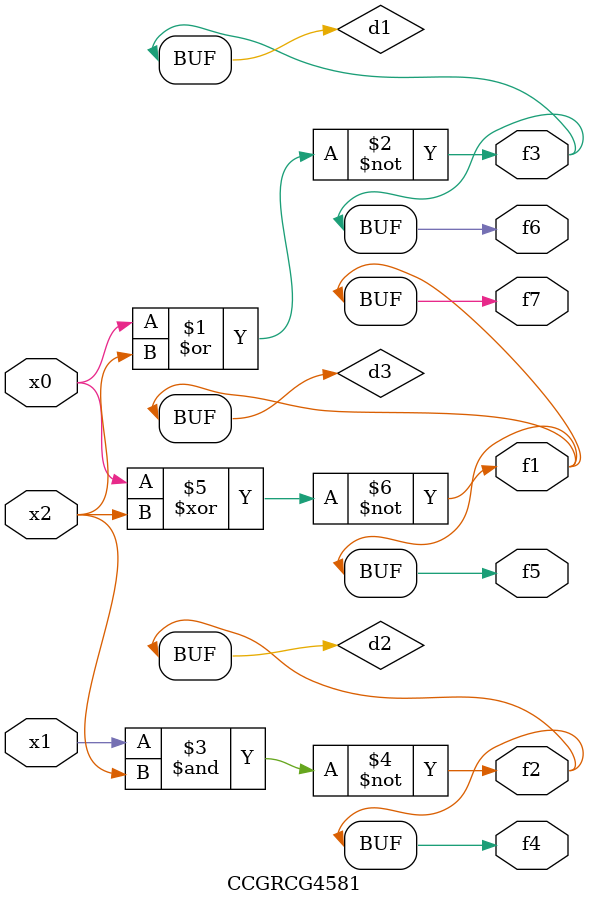
<source format=v>
module CCGRCG4581(
	input x0, x1, x2,
	output f1, f2, f3, f4, f5, f6, f7
);

	wire d1, d2, d3;

	nor (d1, x0, x2);
	nand (d2, x1, x2);
	xnor (d3, x0, x2);
	assign f1 = d3;
	assign f2 = d2;
	assign f3 = d1;
	assign f4 = d2;
	assign f5 = d3;
	assign f6 = d1;
	assign f7 = d3;
endmodule

</source>
